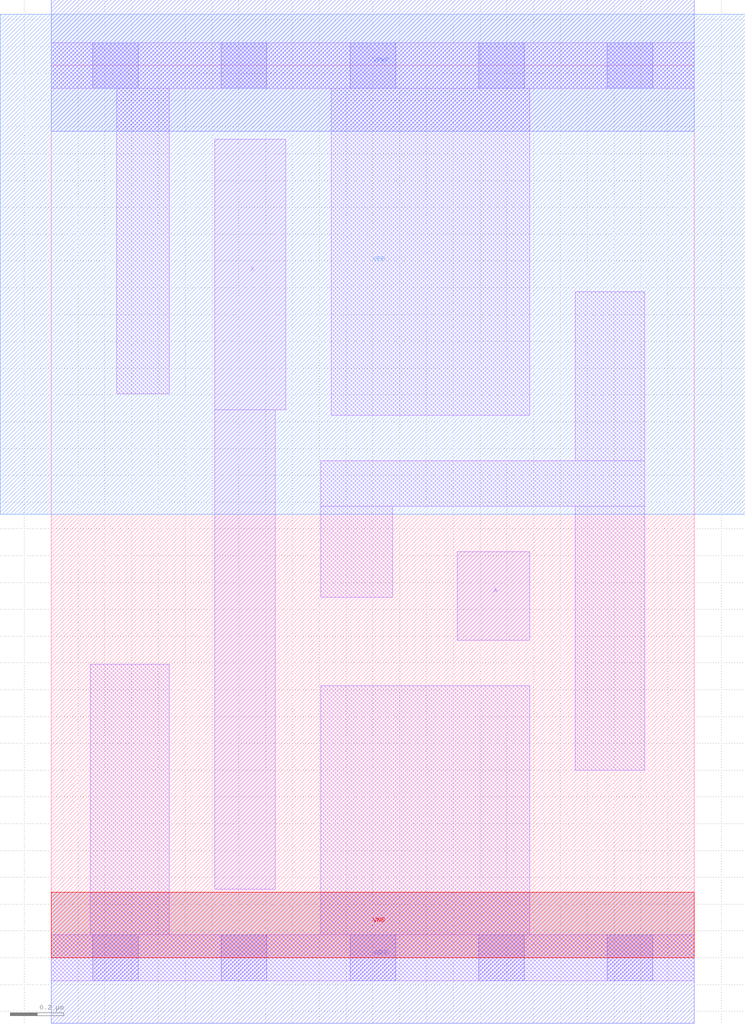
<source format=lef>
# Copyright 2020 The SkyWater PDK Authors
#
# Licensed under the Apache License, Version 2.0 (the "License");
# you may not use this file except in compliance with the License.
# You may obtain a copy of the License at
#
#     https://www.apache.org/licenses/LICENSE-2.0
#
# Unless required by applicable law or agreed to in writing, software
# distributed under the License is distributed on an "AS IS" BASIS,
# WITHOUT WARRANTIES OR CONDITIONS OF ANY KIND, either express or implied.
# See the License for the specific language governing permissions and
# limitations under the License.
#
# SPDX-License-Identifier: Apache-2.0

VERSION 5.7 ;
  NOWIREEXTENSIONATPIN ON ;
  DIVIDERCHAR "/" ;
  BUSBITCHARS "[]" ;
MACRO sky130_fd_sc_lp__buf_2
  CLASS CORE ;
  FOREIGN sky130_fd_sc_lp__buf_2 ;
  ORIGIN  0.000000  0.000000 ;
  SIZE  2.400000 BY  3.330000 ;
  SYMMETRY X Y R90 ;
  SITE unit ;
  PIN A
    ANTENNAGATEAREA  0.159000 ;
    DIRECTION INPUT ;
    USE SIGNAL ;
    PORT
      LAYER li1 ;
        RECT 1.515000 1.185000 1.785000 1.515000 ;
    END
  END A
  PIN X
    ANTENNADIFFAREA  0.588000 ;
    DIRECTION OUTPUT ;
    USE SIGNAL ;
    PORT
      LAYER li1 ;
        RECT 0.610000 0.255000 0.835000 2.045000 ;
        RECT 0.610000 2.045000 0.875000 3.055000 ;
    END
  END X
  PIN VGND
    DIRECTION INOUT ;
    USE GROUND ;
    PORT
      LAYER met1 ;
        RECT 0.000000 -0.245000 2.400000 0.245000 ;
    END
  END VGND
  PIN VNB
    DIRECTION INOUT ;
    USE GROUND ;
    PORT
      LAYER pwell ;
        RECT 0.000000 0.000000 2.400000 0.245000 ;
    END
  END VNB
  PIN VPB
    DIRECTION INOUT ;
    USE POWER ;
    PORT
      LAYER nwell ;
        RECT -0.190000 1.655000 2.590000 3.520000 ;
    END
  END VPB
  PIN VPWR
    DIRECTION INOUT ;
    USE POWER ;
    PORT
      LAYER met1 ;
        RECT 0.000000 3.085000 2.400000 3.575000 ;
    END
  END VPWR
  OBS
    LAYER li1 ;
      RECT 0.000000 -0.085000 2.400000 0.085000 ;
      RECT 0.000000  3.245000 2.400000 3.415000 ;
      RECT 0.145000  0.085000 0.440000 1.095000 ;
      RECT 0.245000  2.105000 0.440000 3.245000 ;
      RECT 1.005000  0.085000 1.785000 1.015000 ;
      RECT 1.005000  1.345000 1.275000 1.685000 ;
      RECT 1.005000  1.685000 2.215000 1.855000 ;
      RECT 1.045000  2.025000 1.785000 3.245000 ;
      RECT 1.955000  0.700000 2.215000 1.685000 ;
      RECT 1.955000  1.855000 2.215000 2.485000 ;
    LAYER mcon ;
      RECT 0.155000 -0.085000 0.325000 0.085000 ;
      RECT 0.155000  3.245000 0.325000 3.415000 ;
      RECT 0.635000 -0.085000 0.805000 0.085000 ;
      RECT 0.635000  3.245000 0.805000 3.415000 ;
      RECT 1.115000 -0.085000 1.285000 0.085000 ;
      RECT 1.115000  3.245000 1.285000 3.415000 ;
      RECT 1.595000 -0.085000 1.765000 0.085000 ;
      RECT 1.595000  3.245000 1.765000 3.415000 ;
      RECT 2.075000 -0.085000 2.245000 0.085000 ;
      RECT 2.075000  3.245000 2.245000 3.415000 ;
  END
END sky130_fd_sc_lp__buf_2
END LIBRARY

</source>
